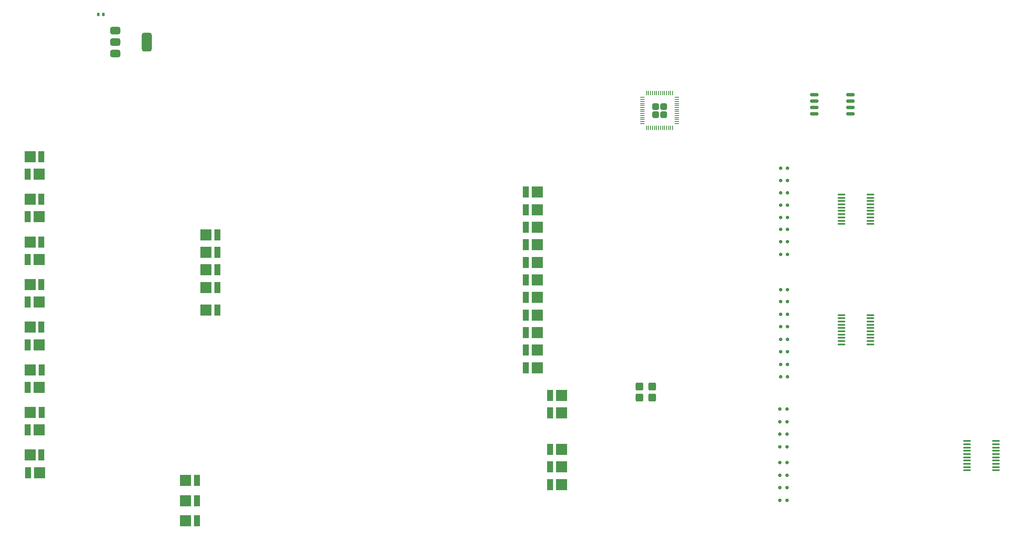
<source format=gbr>
%TF.GenerationSoftware,KiCad,Pcbnew,9.0.6*%
%TF.CreationDate,2025-12-24T08:37:22+01:00*%
%TF.ProjectId,Z80DevBoard,5a383044-6576-4426-9f61-72642e6b6963,rev?*%
%TF.SameCoordinates,Original*%
%TF.FileFunction,Paste,Top*%
%TF.FilePolarity,Positive*%
%FSLAX46Y46*%
G04 Gerber Fmt 4.6, Leading zero omitted, Abs format (unit mm)*
G04 Created by KiCad (PCBNEW 9.0.6) date 2025-12-24 08:37:22*
%MOMM*%
%LPD*%
G01*
G04 APERTURE LIST*
G04 Aperture macros list*
%AMRoundRect*
0 Rectangle with rounded corners*
0 $1 Rounding radius*
0 $2 $3 $4 $5 $6 $7 $8 $9 X,Y pos of 4 corners*
0 Add a 4 corners polygon primitive as box body*
4,1,4,$2,$3,$4,$5,$6,$7,$8,$9,$2,$3,0*
0 Add four circle primitives for the rounded corners*
1,1,$1+$1,$2,$3*
1,1,$1+$1,$4,$5*
1,1,$1+$1,$6,$7*
1,1,$1+$1,$8,$9*
0 Add four rect primitives between the rounded corners*
20,1,$1+$1,$2,$3,$4,$5,0*
20,1,$1+$1,$4,$5,$6,$7,0*
20,1,$1+$1,$6,$7,$8,$9,0*
20,1,$1+$1,$8,$9,$2,$3,0*%
G04 Aperture macros list end*
%ADD10RoundRect,0.100000X-0.637500X-0.100000X0.637500X-0.100000X0.637500X0.100000X-0.637500X0.100000X0*%
%ADD11R,2.200000X2.200000*%
%ADD12R,1.250000X2.200000*%
%ADD13RoundRect,0.150000X-0.150000X-0.200000X0.150000X-0.200000X0.150000X0.200000X-0.150000X0.200000X0*%
%ADD14RoundRect,0.375000X-0.625000X-0.375000X0.625000X-0.375000X0.625000X0.375000X-0.625000X0.375000X0*%
%ADD15RoundRect,0.500000X-0.500000X-1.400000X0.500000X-1.400000X0.500000X1.400000X-0.500000X1.400000X0*%
%ADD16RoundRect,0.147500X0.147500X0.172500X-0.147500X0.172500X-0.147500X-0.172500X0.147500X-0.172500X0*%
%ADD17RoundRect,0.249999X-0.395001X-0.395001X0.395001X-0.395001X0.395001X0.395001X-0.395001X0.395001X0*%
%ADD18RoundRect,0.050000X-0.387500X-0.050000X0.387500X-0.050000X0.387500X0.050000X-0.387500X0.050000X0*%
%ADD19RoundRect,0.050000X-0.050000X-0.387500X0.050000X-0.387500X0.050000X0.387500X-0.050000X0.387500X0*%
%ADD20RoundRect,0.250001X-0.499999X-0.549999X0.499999X-0.549999X0.499999X0.549999X-0.499999X0.549999X0*%
%ADD21RoundRect,0.162500X-0.650000X-0.162500X0.650000X-0.162500X0.650000X0.162500X-0.650000X0.162500X0*%
G04 APERTURE END LIST*
D10*
%TO.C,DataBus2*%
X246637500Y-124614000D03*
X246637500Y-125264000D03*
X246637500Y-125914000D03*
X246637500Y-126564000D03*
X246637500Y-127214000D03*
X246637500Y-127864000D03*
X246637500Y-128514000D03*
X246637500Y-129164000D03*
X246637500Y-129814000D03*
X246637500Y-130464000D03*
X252362500Y-130464000D03*
X252362500Y-129814000D03*
X252362500Y-129164000D03*
X252362500Y-128514000D03*
X252362500Y-127864000D03*
X252362500Y-127214000D03*
X252362500Y-126564000D03*
X252362500Y-125914000D03*
X252362500Y-125264000D03*
X252362500Y-124614000D03*
%TD*%
D11*
%TO.C,D22*%
X161092500Y-106500000D03*
D12*
X158817500Y-106500000D03*
%TD*%
D13*
%TO.C,D60*%
X210791500Y-133928000D03*
X209391500Y-133928000D03*
%TD*%
%TO.C,D62*%
X210791500Y-125783000D03*
X209391500Y-125783000D03*
%TD*%
D11*
%TO.C,D18*%
X95192500Y-90500000D03*
D12*
X97467500Y-90500000D03*
%TD*%
D11*
%TO.C,D52*%
X165909500Y-119000000D03*
D12*
X163634500Y-119000000D03*
%TD*%
D11*
%TO.C,D45*%
X91100000Y-132500000D03*
D12*
X93375000Y-132500000D03*
%TD*%
D11*
%TO.C,D2*%
X161092500Y-89000000D03*
D12*
X158817500Y-89000000D03*
%TD*%
D14*
%TO.C,LDO1*%
X77091500Y-42786000D03*
X77091500Y-45086000D03*
D15*
X83391500Y-45086000D03*
D14*
X77091500Y-47386000D03*
%TD*%
D13*
%TO.C,D5*%
X210922900Y-72678000D03*
X209522900Y-72678000D03*
%TD*%
%TO.C,D23*%
X210922900Y-104328000D03*
X209522900Y-104328000D03*
%TD*%
%TO.C,D59*%
X210791500Y-128928000D03*
X209391500Y-128928000D03*
%TD*%
D16*
%TO.C,F1*%
X74726500Y-39586000D03*
X73756500Y-39586000D03*
%TD*%
D11*
%TO.C,D12*%
X161092500Y-75000000D03*
D12*
X158817500Y-75000000D03*
%TD*%
D13*
%TO.C,D29*%
X210922900Y-101828000D03*
X209522900Y-101828000D03*
%TD*%
D11*
%TO.C,D55*%
X165909500Y-129783000D03*
D12*
X163634500Y-129783000D03*
%TD*%
D11*
%TO.C,D36*%
X60162000Y-76435500D03*
D12*
X62437000Y-76435500D03*
%TD*%
D11*
%TO.C,D1*%
X165909500Y-126283000D03*
D12*
X163634500Y-126283000D03*
%TD*%
D11*
%TO.C,D30*%
X161092500Y-96000000D03*
D12*
X158817500Y-96000000D03*
%TD*%
D10*
%TO.C,DataBus3*%
X221660400Y-75503000D03*
X221660400Y-76153000D03*
X221660400Y-76803000D03*
X221660400Y-77453000D03*
X221660400Y-78103000D03*
X221660400Y-78753000D03*
X221660400Y-79403000D03*
X221660400Y-80053000D03*
X221660400Y-80703000D03*
X221660400Y-81353000D03*
X227385400Y-81353000D03*
X227385400Y-80703000D03*
X227385400Y-80053000D03*
X227385400Y-79403000D03*
X227385400Y-78753000D03*
X227385400Y-78103000D03*
X227385400Y-77453000D03*
X227385400Y-76803000D03*
X227385400Y-76153000D03*
X227385400Y-75503000D03*
%TD*%
D13*
%TO.C,D15*%
X210922900Y-84928000D03*
X209522900Y-84928000D03*
%TD*%
D11*
%TO.C,D51*%
X91100000Y-136500000D03*
D12*
X93375000Y-136500000D03*
%TD*%
D10*
%TO.C,DataBus1*%
X221660400Y-99503000D03*
X221660400Y-100153000D03*
X221660400Y-100803000D03*
X221660400Y-101453000D03*
X221660400Y-102103000D03*
X221660400Y-102753000D03*
X221660400Y-103403000D03*
X221660400Y-104053000D03*
X221660400Y-104703000D03*
X221660400Y-105353000D03*
X227385400Y-105353000D03*
X227385400Y-104703000D03*
X227385400Y-104053000D03*
X227385400Y-103403000D03*
X227385400Y-102753000D03*
X227385400Y-102103000D03*
X227385400Y-101453000D03*
X227385400Y-100803000D03*
X227385400Y-100153000D03*
X227385400Y-99503000D03*
%TD*%
D13*
%TO.C,D61*%
X210791500Y-120783000D03*
X209391500Y-120783000D03*
%TD*%
D11*
%TO.C,D33*%
X61987000Y-113935500D03*
D12*
X59712000Y-113935500D03*
%TD*%
D13*
%TO.C,D3*%
X210922900Y-70228000D03*
X209522900Y-70228000D03*
%TD*%
%TO.C,D56*%
X210791500Y-118283000D03*
X209391500Y-118283000D03*
%TD*%
D11*
%TO.C,D38*%
X60187000Y-118935500D03*
D12*
X62462000Y-118935500D03*
%TD*%
D11*
%TO.C,D41*%
X62062000Y-130935500D03*
D12*
X59787000Y-130935500D03*
%TD*%
D11*
%TO.C,D50*%
X91100000Y-140500000D03*
D12*
X93375000Y-140500000D03*
%TD*%
D11*
%TO.C,D40*%
X60162000Y-84935500D03*
D12*
X62437000Y-84935500D03*
%TD*%
D11*
%TO.C,D43*%
X61962000Y-96935500D03*
D12*
X59687000Y-96935500D03*
%TD*%
D11*
%TO.C,D39*%
X61962000Y-88435500D03*
D12*
X59687000Y-88435500D03*
%TD*%
D11*
%TO.C,D4*%
X161092500Y-85500000D03*
D12*
X158817500Y-85500000D03*
%TD*%
D13*
%TO.C,D25*%
X210922900Y-109328000D03*
X209522900Y-109328000D03*
%TD*%
D11*
%TO.C,D8*%
X161092500Y-110000000D03*
D12*
X158817500Y-110000000D03*
%TD*%
D13*
%TO.C,D19*%
X210922900Y-94428000D03*
X209522900Y-94428000D03*
%TD*%
%TO.C,D21*%
X210922900Y-99328000D03*
X209522900Y-99328000D03*
%TD*%
D11*
%TO.C,D49*%
X165909500Y-133283000D03*
D12*
X163634500Y-133283000D03*
%TD*%
D13*
%TO.C,D17*%
X210922900Y-87428000D03*
X209522900Y-87428000D03*
%TD*%
D11*
%TO.C,D35*%
X61937000Y-79935500D03*
D12*
X59662000Y-79935500D03*
%TD*%
D11*
%TO.C,D16*%
X95192500Y-87000000D03*
D12*
X97467500Y-87000000D03*
%TD*%
D11*
%TO.C,D53*%
X165909500Y-115500000D03*
D12*
X163634500Y-115500000D03*
%TD*%
D13*
%TO.C,D9*%
X210922900Y-77578000D03*
X209522900Y-77578000D03*
%TD*%
D11*
%TO.C,D37*%
X61987000Y-122435500D03*
D12*
X59712000Y-122435500D03*
%TD*%
D13*
%TO.C,D63*%
X210791500Y-131428000D03*
X209391500Y-131428000D03*
%TD*%
D11*
%TO.C,D10*%
X161092500Y-92500000D03*
D12*
X158817500Y-92500000D03*
%TD*%
D13*
%TO.C,D58*%
X210791500Y-123283000D03*
X209391500Y-123283000D03*
%TD*%
%TO.C,D27*%
X210922900Y-96828000D03*
X209522900Y-96828000D03*
%TD*%
D11*
%TO.C,D24*%
X161092500Y-78500000D03*
D12*
X158817500Y-78500000D03*
%TD*%
D11*
%TO.C,D47*%
X61962000Y-105435500D03*
D12*
X59687000Y-105435500D03*
%TD*%
D17*
%TO.C,RP2040_1*%
X184654000Y-57936000D03*
X184654000Y-59536000D03*
X186254000Y-57936000D03*
X186254000Y-59536000D03*
D18*
X182016500Y-56136000D03*
X182016500Y-56536000D03*
X182016500Y-56936000D03*
X182016500Y-57336000D03*
X182016500Y-57736000D03*
X182016500Y-58136000D03*
X182016500Y-58536000D03*
X182016500Y-58936000D03*
X182016500Y-59336000D03*
X182016500Y-59736000D03*
X182016500Y-60136000D03*
X182016500Y-60536000D03*
X182016500Y-60936000D03*
X182016500Y-61336000D03*
D19*
X182854000Y-62173500D03*
X183254000Y-62173500D03*
X183654000Y-62173500D03*
X184054000Y-62173500D03*
X184454000Y-62173500D03*
X184854000Y-62173500D03*
X185254000Y-62173500D03*
X185654000Y-62173500D03*
X186054000Y-62173500D03*
X186454000Y-62173500D03*
X186854000Y-62173500D03*
X187254000Y-62173500D03*
X187654000Y-62173500D03*
X188054000Y-62173500D03*
D18*
X188891500Y-61336000D03*
X188891500Y-60936000D03*
X188891500Y-60536000D03*
X188891500Y-60136000D03*
X188891500Y-59736000D03*
X188891500Y-59336000D03*
X188891500Y-58936000D03*
X188891500Y-58536000D03*
X188891500Y-58136000D03*
X188891500Y-57736000D03*
X188891500Y-57336000D03*
X188891500Y-56936000D03*
X188891500Y-56536000D03*
X188891500Y-56136000D03*
D19*
X188054000Y-55298500D03*
X187654000Y-55298500D03*
X187254000Y-55298500D03*
X186854000Y-55298500D03*
X186454000Y-55298500D03*
X186054000Y-55298500D03*
X185654000Y-55298500D03*
X185254000Y-55298500D03*
X184854000Y-55298500D03*
X184454000Y-55298500D03*
X184054000Y-55298500D03*
X183654000Y-55298500D03*
X183254000Y-55298500D03*
X182854000Y-55298500D03*
%TD*%
D11*
%TO.C,D57*%
X95192500Y-98500000D03*
D12*
X97467500Y-98500000D03*
%TD*%
D11*
%TO.C,D31*%
X61962000Y-71435500D03*
D12*
X59687000Y-71435500D03*
%TD*%
D11*
%TO.C,D44*%
X60162000Y-93435500D03*
D12*
X62437000Y-93435500D03*
%TD*%
D13*
%TO.C,D13*%
X210922900Y-82478000D03*
X209522900Y-82478000D03*
%TD*%
D11*
%TO.C,D42*%
X60162000Y-127435500D03*
D12*
X62437000Y-127435500D03*
%TD*%
D11*
%TO.C,D34*%
X60187000Y-110435500D03*
D12*
X62462000Y-110435500D03*
%TD*%
D13*
%TO.C,D64*%
X210791500Y-136428000D03*
X209391500Y-136428000D03*
%TD*%
%TO.C,D54*%
X210922900Y-111828000D03*
X209522900Y-111828000D03*
%TD*%
D11*
%TO.C,D48*%
X60162000Y-101935500D03*
D12*
X62437000Y-101935500D03*
%TD*%
D20*
%TO.C,Y2*%
X181460000Y-116000000D03*
X184000000Y-116000000D03*
X184000000Y-113800000D03*
X181460000Y-113800000D03*
%TD*%
D11*
%TO.C,D14*%
X95192500Y-83500000D03*
D12*
X97467500Y-83500000D03*
%TD*%
D13*
%TO.C,D11*%
X210922900Y-80028000D03*
X209522900Y-80028000D03*
%TD*%
%TO.C,D46*%
X210922900Y-106828000D03*
X209522900Y-106828000D03*
%TD*%
D21*
%TO.C,Flash1*%
X216216500Y-55626000D03*
X216216500Y-56896000D03*
X216216500Y-58166000D03*
X216216500Y-59436000D03*
X223391500Y-59436000D03*
X223391500Y-58166000D03*
X223391500Y-56896000D03*
X223391500Y-55626000D03*
%TD*%
D11*
%TO.C,D28*%
X161092500Y-99500000D03*
D12*
X158817500Y-99500000D03*
%TD*%
D11*
%TO.C,D20*%
X95192500Y-94000000D03*
D12*
X97467500Y-94000000D03*
%TD*%
D11*
%TO.C,D32*%
X60162000Y-67935500D03*
D12*
X62437000Y-67935500D03*
%TD*%
D11*
%TO.C,D6*%
X161092500Y-82000000D03*
D12*
X158817500Y-82000000D03*
%TD*%
D13*
%TO.C,D7*%
X210922900Y-75128000D03*
X209522900Y-75128000D03*
%TD*%
D11*
%TO.C,D26*%
X161092500Y-103000000D03*
D12*
X158817500Y-103000000D03*
%TD*%
M02*

</source>
